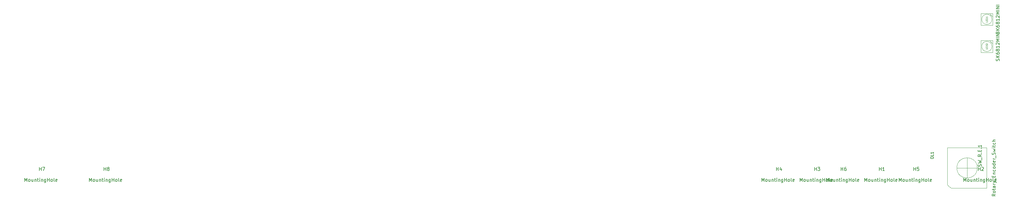
<source format=gbr>
G04 #@! TF.GenerationSoftware,KiCad,Pcbnew,(5.1.6-0-10_14)*
G04 #@! TF.CreationDate,2020-07-20T09:45:54+09:00*
G04 #@! TF.ProjectId,Jones,4a6f6e65-732e-46b6-9963-61645f706362,v.0.2*
G04 #@! TF.SameCoordinates,Original*
G04 #@! TF.FileFunction,Other,Fab,Top*
%FSLAX46Y46*%
G04 Gerber Fmt 4.6, Leading zero omitted, Abs format (unit mm)*
G04 Created by KiCad (PCBNEW (5.1.6-0-10_14)) date 2020-07-20 09:45:54*
%MOMM*%
%LPD*%
G01*
G04 APERTURE LIST*
%ADD10C,0.100000*%
%ADD11C,0.120000*%
%ADD12C,0.150000*%
G04 APERTURE END LIST*
D10*
X307118750Y-63750000D02*
G75*
G03*
X307118750Y-63750000I-1500000J0D01*
G01*
X303868750Y-62000000D02*
X303868750Y-65500000D01*
X307368750Y-62000000D02*
X303868750Y-62000000D01*
X307368750Y-65500000D02*
X307368750Y-62000000D01*
X303868750Y-65500000D02*
X307368750Y-65500000D01*
X306368750Y-62000000D02*
X307368750Y-63000000D01*
X306368750Y-70000000D02*
X307368750Y-71000000D01*
X303868750Y-73500000D02*
X307368750Y-73500000D01*
X307368750Y-73500000D02*
X307368750Y-70000000D01*
X307368750Y-70000000D02*
X303868750Y-70000000D01*
X303868750Y-70000000D02*
X303868750Y-73500000D01*
X307118750Y-71750000D02*
G75*
G03*
X307118750Y-71750000I-1500000J0D01*
G01*
D11*
X299785530Y-110619140D02*
X299785530Y-104619140D01*
X296785530Y-107619140D02*
X302785530Y-107619140D01*
X295085530Y-113619140D02*
X293985530Y-112619140D01*
X305585530Y-113619140D02*
X295085530Y-113619140D01*
X305585530Y-101619140D02*
X305585530Y-113619140D01*
X293985530Y-101619140D02*
X305585530Y-101619140D01*
X293985530Y-112619140D02*
X293985530Y-101619140D01*
X302785530Y-107619140D02*
G75*
G03*
X302785530Y-107619140I-3000000J0D01*
G01*
D12*
X309273511Y-68011904D02*
X309321130Y-67869047D01*
X309321130Y-67630952D01*
X309273511Y-67535714D01*
X309225892Y-67488095D01*
X309130654Y-67440476D01*
X309035416Y-67440476D01*
X308940178Y-67488095D01*
X308892559Y-67535714D01*
X308844940Y-67630952D01*
X308797321Y-67821428D01*
X308749702Y-67916666D01*
X308702083Y-67964285D01*
X308606845Y-68011904D01*
X308511607Y-68011904D01*
X308416369Y-67964285D01*
X308368750Y-67916666D01*
X308321130Y-67821428D01*
X308321130Y-67583333D01*
X308368750Y-67440476D01*
X309321130Y-67011904D02*
X308321130Y-67011904D01*
X309321130Y-66440476D02*
X308749702Y-66869047D01*
X308321130Y-66440476D02*
X308892559Y-67011904D01*
X308321130Y-65583333D02*
X308321130Y-65773809D01*
X308368750Y-65869047D01*
X308416369Y-65916666D01*
X308559226Y-66011904D01*
X308749702Y-66059523D01*
X309130654Y-66059523D01*
X309225892Y-66011904D01*
X309273511Y-65964285D01*
X309321130Y-65869047D01*
X309321130Y-65678571D01*
X309273511Y-65583333D01*
X309225892Y-65535714D01*
X309130654Y-65488095D01*
X308892559Y-65488095D01*
X308797321Y-65535714D01*
X308749702Y-65583333D01*
X308702083Y-65678571D01*
X308702083Y-65869047D01*
X308749702Y-65964285D01*
X308797321Y-66011904D01*
X308892559Y-66059523D01*
X308749702Y-64916666D02*
X308702083Y-65011904D01*
X308654464Y-65059523D01*
X308559226Y-65107142D01*
X308511607Y-65107142D01*
X308416369Y-65059523D01*
X308368750Y-65011904D01*
X308321130Y-64916666D01*
X308321130Y-64726190D01*
X308368750Y-64630952D01*
X308416369Y-64583333D01*
X308511607Y-64535714D01*
X308559226Y-64535714D01*
X308654464Y-64583333D01*
X308702083Y-64630952D01*
X308749702Y-64726190D01*
X308749702Y-64916666D01*
X308797321Y-65011904D01*
X308844940Y-65059523D01*
X308940178Y-65107142D01*
X309130654Y-65107142D01*
X309225892Y-65059523D01*
X309273511Y-65011904D01*
X309321130Y-64916666D01*
X309321130Y-64726190D01*
X309273511Y-64630952D01*
X309225892Y-64583333D01*
X309130654Y-64535714D01*
X308940178Y-64535714D01*
X308844940Y-64583333D01*
X308797321Y-64630952D01*
X308749702Y-64726190D01*
X309321130Y-63583333D02*
X309321130Y-64154761D01*
X309321130Y-63869047D02*
X308321130Y-63869047D01*
X308463988Y-63964285D01*
X308559226Y-64059523D01*
X308606845Y-64154761D01*
X308416369Y-63202380D02*
X308368750Y-63154761D01*
X308321130Y-63059523D01*
X308321130Y-62821428D01*
X308368750Y-62726190D01*
X308416369Y-62678571D01*
X308511607Y-62630952D01*
X308606845Y-62630952D01*
X308749702Y-62678571D01*
X309321130Y-63250000D01*
X309321130Y-62630952D01*
X309321130Y-62202380D02*
X308321130Y-62202380D01*
X309035416Y-61869047D01*
X308321130Y-61535714D01*
X309321130Y-61535714D01*
X309321130Y-61059523D02*
X308321130Y-61059523D01*
X309321130Y-60583333D02*
X308321130Y-60583333D01*
X309321130Y-60011904D01*
X308321130Y-60011904D01*
X309321130Y-59535714D02*
X308321130Y-59535714D01*
D10*
X305844940Y-64309523D02*
X305844940Y-64547619D01*
X305344940Y-64547619D01*
X305583035Y-64142857D02*
X305583035Y-63976190D01*
X305844940Y-63904761D02*
X305844940Y-64142857D01*
X305344940Y-64142857D01*
X305344940Y-63904761D01*
X305844940Y-63690476D02*
X305344940Y-63690476D01*
X305344940Y-63571428D01*
X305368750Y-63500000D01*
X305416369Y-63452380D01*
X305463988Y-63428571D01*
X305559226Y-63404761D01*
X305630654Y-63404761D01*
X305725892Y-63428571D01*
X305773511Y-63452380D01*
X305821130Y-63500000D01*
X305844940Y-63571428D01*
X305844940Y-63690476D01*
X305844940Y-62928571D02*
X305844940Y-63214285D01*
X305844940Y-63071428D02*
X305344940Y-63071428D01*
X305416369Y-63119047D01*
X305463988Y-63166666D01*
X305487797Y-63214285D01*
D12*
X309273511Y-76011904D02*
X309321130Y-75869047D01*
X309321130Y-75630952D01*
X309273511Y-75535714D01*
X309225892Y-75488095D01*
X309130654Y-75440476D01*
X309035416Y-75440476D01*
X308940178Y-75488095D01*
X308892559Y-75535714D01*
X308844940Y-75630952D01*
X308797321Y-75821428D01*
X308749702Y-75916666D01*
X308702083Y-75964285D01*
X308606845Y-76011904D01*
X308511607Y-76011904D01*
X308416369Y-75964285D01*
X308368750Y-75916666D01*
X308321130Y-75821428D01*
X308321130Y-75583333D01*
X308368750Y-75440476D01*
X309321130Y-75011904D02*
X308321130Y-75011904D01*
X309321130Y-74440476D02*
X308749702Y-74869047D01*
X308321130Y-74440476D02*
X308892559Y-75011904D01*
X308321130Y-73583333D02*
X308321130Y-73773809D01*
X308368750Y-73869047D01*
X308416369Y-73916666D01*
X308559226Y-74011904D01*
X308749702Y-74059523D01*
X309130654Y-74059523D01*
X309225892Y-74011904D01*
X309273511Y-73964285D01*
X309321130Y-73869047D01*
X309321130Y-73678571D01*
X309273511Y-73583333D01*
X309225892Y-73535714D01*
X309130654Y-73488095D01*
X308892559Y-73488095D01*
X308797321Y-73535714D01*
X308749702Y-73583333D01*
X308702083Y-73678571D01*
X308702083Y-73869047D01*
X308749702Y-73964285D01*
X308797321Y-74011904D01*
X308892559Y-74059523D01*
X308749702Y-72916666D02*
X308702083Y-73011904D01*
X308654464Y-73059523D01*
X308559226Y-73107142D01*
X308511607Y-73107142D01*
X308416369Y-73059523D01*
X308368750Y-73011904D01*
X308321130Y-72916666D01*
X308321130Y-72726190D01*
X308368750Y-72630952D01*
X308416369Y-72583333D01*
X308511607Y-72535714D01*
X308559226Y-72535714D01*
X308654464Y-72583333D01*
X308702083Y-72630952D01*
X308749702Y-72726190D01*
X308749702Y-72916666D01*
X308797321Y-73011904D01*
X308844940Y-73059523D01*
X308940178Y-73107142D01*
X309130654Y-73107142D01*
X309225892Y-73059523D01*
X309273511Y-73011904D01*
X309321130Y-72916666D01*
X309321130Y-72726190D01*
X309273511Y-72630952D01*
X309225892Y-72583333D01*
X309130654Y-72535714D01*
X308940178Y-72535714D01*
X308844940Y-72583333D01*
X308797321Y-72630952D01*
X308749702Y-72726190D01*
X309321130Y-71583333D02*
X309321130Y-72154761D01*
X309321130Y-71869047D02*
X308321130Y-71869047D01*
X308463988Y-71964285D01*
X308559226Y-72059523D01*
X308606845Y-72154761D01*
X308416369Y-71202380D02*
X308368750Y-71154761D01*
X308321130Y-71059523D01*
X308321130Y-70821428D01*
X308368750Y-70726190D01*
X308416369Y-70678571D01*
X308511607Y-70630952D01*
X308606845Y-70630952D01*
X308749702Y-70678571D01*
X309321130Y-71250000D01*
X309321130Y-70630952D01*
X309321130Y-70202380D02*
X308321130Y-70202380D01*
X309035416Y-69869047D01*
X308321130Y-69535714D01*
X309321130Y-69535714D01*
X309321130Y-69059523D02*
X308321130Y-69059523D01*
X309321130Y-68583333D02*
X308321130Y-68583333D01*
X309321130Y-68011904D01*
X308321130Y-68011904D01*
X309321130Y-67535714D02*
X308321130Y-67535714D01*
D10*
X305844940Y-72309523D02*
X305844940Y-72547619D01*
X305344940Y-72547619D01*
X305583035Y-72142857D02*
X305583035Y-71976190D01*
X305844940Y-71904761D02*
X305844940Y-72142857D01*
X305344940Y-72142857D01*
X305344940Y-71904761D01*
X305844940Y-71690476D02*
X305344940Y-71690476D01*
X305344940Y-71571428D01*
X305368750Y-71500000D01*
X305416369Y-71452380D01*
X305463988Y-71428571D01*
X305559226Y-71404761D01*
X305630654Y-71404761D01*
X305725892Y-71428571D01*
X305773511Y-71452380D01*
X305821130Y-71500000D01*
X305844940Y-71571428D01*
X305844940Y-71690476D01*
X305392559Y-71214285D02*
X305368750Y-71190476D01*
X305344940Y-71142857D01*
X305344940Y-71023809D01*
X305368750Y-70976190D01*
X305392559Y-70952380D01*
X305440178Y-70928571D01*
X305487797Y-70928571D01*
X305559226Y-70952380D01*
X305844940Y-71238095D01*
X305844940Y-70928571D01*
D12*
X308137910Y-115333425D02*
X307661720Y-115666759D01*
X308137910Y-115904854D02*
X307137910Y-115904854D01*
X307137910Y-115523901D01*
X307185530Y-115428663D01*
X307233149Y-115381044D01*
X307328387Y-115333425D01*
X307471244Y-115333425D01*
X307566482Y-115381044D01*
X307614101Y-115428663D01*
X307661720Y-115523901D01*
X307661720Y-115904854D01*
X308137910Y-114761997D02*
X308090291Y-114857235D01*
X308042672Y-114904854D01*
X307947434Y-114952473D01*
X307661720Y-114952473D01*
X307566482Y-114904854D01*
X307518863Y-114857235D01*
X307471244Y-114761997D01*
X307471244Y-114619140D01*
X307518863Y-114523901D01*
X307566482Y-114476282D01*
X307661720Y-114428663D01*
X307947434Y-114428663D01*
X308042672Y-114476282D01*
X308090291Y-114523901D01*
X308137910Y-114619140D01*
X308137910Y-114761997D01*
X307471244Y-114142949D02*
X307471244Y-113761997D01*
X307137910Y-114000092D02*
X307995053Y-114000092D01*
X308090291Y-113952473D01*
X308137910Y-113857235D01*
X308137910Y-113761997D01*
X308137910Y-113000092D02*
X307614101Y-113000092D01*
X307518863Y-113047711D01*
X307471244Y-113142949D01*
X307471244Y-113333425D01*
X307518863Y-113428663D01*
X308090291Y-113000092D02*
X308137910Y-113095330D01*
X308137910Y-113333425D01*
X308090291Y-113428663D01*
X307995053Y-113476282D01*
X307899815Y-113476282D01*
X307804577Y-113428663D01*
X307756958Y-113333425D01*
X307756958Y-113095330D01*
X307709339Y-113000092D01*
X308137910Y-112523901D02*
X307471244Y-112523901D01*
X307661720Y-112523901D02*
X307566482Y-112476282D01*
X307518863Y-112428663D01*
X307471244Y-112333425D01*
X307471244Y-112238187D01*
X307471244Y-112000092D02*
X308137910Y-111761997D01*
X307471244Y-111523901D02*
X308137910Y-111761997D01*
X308376006Y-111857235D01*
X308423625Y-111904854D01*
X308471244Y-112000092D01*
X308233149Y-111381044D02*
X308233149Y-110619140D01*
X307614101Y-110381044D02*
X307614101Y-110047711D01*
X308137910Y-109904854D02*
X308137910Y-110381044D01*
X307137910Y-110381044D01*
X307137910Y-109904854D01*
X307471244Y-109476282D02*
X308137910Y-109476282D01*
X307566482Y-109476282D02*
X307518863Y-109428663D01*
X307471244Y-109333425D01*
X307471244Y-109190568D01*
X307518863Y-109095330D01*
X307614101Y-109047711D01*
X308137910Y-109047711D01*
X308090291Y-108142949D02*
X308137910Y-108238187D01*
X308137910Y-108428663D01*
X308090291Y-108523901D01*
X308042672Y-108571520D01*
X307947434Y-108619140D01*
X307661720Y-108619140D01*
X307566482Y-108571520D01*
X307518863Y-108523901D01*
X307471244Y-108428663D01*
X307471244Y-108238187D01*
X307518863Y-108142949D01*
X308137910Y-107571520D02*
X308090291Y-107666759D01*
X308042672Y-107714378D01*
X307947434Y-107761997D01*
X307661720Y-107761997D01*
X307566482Y-107714378D01*
X307518863Y-107666759D01*
X307471244Y-107571520D01*
X307471244Y-107428663D01*
X307518863Y-107333425D01*
X307566482Y-107285806D01*
X307661720Y-107238187D01*
X307947434Y-107238187D01*
X308042672Y-107285806D01*
X308090291Y-107333425D01*
X308137910Y-107428663D01*
X308137910Y-107571520D01*
X308137910Y-106381044D02*
X307137910Y-106381044D01*
X308090291Y-106381044D02*
X308137910Y-106476282D01*
X308137910Y-106666759D01*
X308090291Y-106761997D01*
X308042672Y-106809616D01*
X307947434Y-106857235D01*
X307661720Y-106857235D01*
X307566482Y-106809616D01*
X307518863Y-106761997D01*
X307471244Y-106666759D01*
X307471244Y-106476282D01*
X307518863Y-106381044D01*
X308090291Y-105523901D02*
X308137910Y-105619140D01*
X308137910Y-105809616D01*
X308090291Y-105904854D01*
X307995053Y-105952473D01*
X307614101Y-105952473D01*
X307518863Y-105904854D01*
X307471244Y-105809616D01*
X307471244Y-105619140D01*
X307518863Y-105523901D01*
X307614101Y-105476282D01*
X307709339Y-105476282D01*
X307804577Y-105952473D01*
X308137910Y-105047711D02*
X307471244Y-105047711D01*
X307661720Y-105047711D02*
X307566482Y-105000092D01*
X307518863Y-104952473D01*
X307471244Y-104857235D01*
X307471244Y-104761997D01*
X308233149Y-104666759D02*
X308233149Y-103904854D01*
X308090291Y-103714378D02*
X308137910Y-103571520D01*
X308137910Y-103333425D01*
X308090291Y-103238187D01*
X308042672Y-103190568D01*
X307947434Y-103142949D01*
X307852196Y-103142949D01*
X307756958Y-103190568D01*
X307709339Y-103238187D01*
X307661720Y-103333425D01*
X307614101Y-103523901D01*
X307566482Y-103619140D01*
X307518863Y-103666759D01*
X307423625Y-103714378D01*
X307328387Y-103714378D01*
X307233149Y-103666759D01*
X307185530Y-103619140D01*
X307137910Y-103523901D01*
X307137910Y-103285806D01*
X307185530Y-103142949D01*
X307471244Y-102809616D02*
X308137910Y-102619140D01*
X307661720Y-102428663D01*
X308137910Y-102238187D01*
X307471244Y-102047711D01*
X308137910Y-101666759D02*
X307471244Y-101666759D01*
X307137910Y-101666759D02*
X307185530Y-101714378D01*
X307233149Y-101666759D01*
X307185530Y-101619140D01*
X307137910Y-101666759D01*
X307233149Y-101666759D01*
X307471244Y-101333425D02*
X307471244Y-100952473D01*
X307137910Y-101190568D02*
X307995053Y-101190568D01*
X308090291Y-101142949D01*
X308137910Y-101047711D01*
X308137910Y-100952473D01*
X308090291Y-100190568D02*
X308137910Y-100285806D01*
X308137910Y-100476282D01*
X308090291Y-100571520D01*
X308042672Y-100619140D01*
X307947434Y-100666759D01*
X307661720Y-100666759D01*
X307566482Y-100619140D01*
X307518863Y-100571520D01*
X307471244Y-100476282D01*
X307471244Y-100285806D01*
X307518863Y-100190568D01*
X308137910Y-99761997D02*
X307137910Y-99761997D01*
X308137910Y-99333425D02*
X307614101Y-99333425D01*
X307518863Y-99381044D01*
X307471244Y-99476282D01*
X307471244Y-99619140D01*
X307518863Y-99714378D01*
X307566482Y-99761997D01*
X303990291Y-107161997D02*
X304037910Y-107019140D01*
X304037910Y-106781044D01*
X303990291Y-106685806D01*
X303942672Y-106638187D01*
X303847434Y-106590568D01*
X303752196Y-106590568D01*
X303656958Y-106638187D01*
X303609339Y-106685806D01*
X303561720Y-106781044D01*
X303514101Y-106971520D01*
X303466482Y-107066759D01*
X303418863Y-107114378D01*
X303323625Y-107161997D01*
X303228387Y-107161997D01*
X303133149Y-107114378D01*
X303085530Y-107066759D01*
X303037910Y-106971520D01*
X303037910Y-106733425D01*
X303085530Y-106590568D01*
X303037910Y-106257235D02*
X304037910Y-106019140D01*
X303323625Y-105828663D01*
X304037910Y-105638187D01*
X303037910Y-105400092D01*
X304133149Y-105257235D02*
X304133149Y-104495330D01*
X304037910Y-103685806D02*
X303561720Y-104019140D01*
X304037910Y-104257235D02*
X303037910Y-104257235D01*
X303037910Y-103876282D01*
X303085530Y-103781044D01*
X303133149Y-103733425D01*
X303228387Y-103685806D01*
X303371244Y-103685806D01*
X303466482Y-103733425D01*
X303514101Y-103781044D01*
X303561720Y-103876282D01*
X303561720Y-104257235D01*
X303942672Y-103257235D02*
X303990291Y-103209616D01*
X304037910Y-103257235D01*
X303990291Y-103304854D01*
X303942672Y-103257235D01*
X304037910Y-103257235D01*
X303514101Y-102781044D02*
X303514101Y-102447711D01*
X304037910Y-102304854D02*
X304037910Y-102781044D01*
X303037910Y-102781044D01*
X303037910Y-102304854D01*
X303942672Y-101876282D02*
X303990291Y-101828663D01*
X304037910Y-101876282D01*
X303990291Y-101923901D01*
X303942672Y-101876282D01*
X304037910Y-101876282D01*
X304037910Y-100876282D02*
X304037910Y-101447711D01*
X304037910Y-101161997D02*
X303037910Y-101161997D01*
X303180768Y-101257235D01*
X303276006Y-101352473D01*
X303323625Y-101447711D01*
X269564285Y-111627740D02*
X269564285Y-110627740D01*
X269897619Y-111342026D01*
X270230952Y-110627740D01*
X270230952Y-111627740D01*
X270850000Y-111627740D02*
X270754761Y-111580121D01*
X270707142Y-111532502D01*
X270659523Y-111437264D01*
X270659523Y-111151550D01*
X270707142Y-111056312D01*
X270754761Y-111008693D01*
X270850000Y-110961074D01*
X270992857Y-110961074D01*
X271088095Y-111008693D01*
X271135714Y-111056312D01*
X271183333Y-111151550D01*
X271183333Y-111437264D01*
X271135714Y-111532502D01*
X271088095Y-111580121D01*
X270992857Y-111627740D01*
X270850000Y-111627740D01*
X272040476Y-110961074D02*
X272040476Y-111627740D01*
X271611904Y-110961074D02*
X271611904Y-111484883D01*
X271659523Y-111580121D01*
X271754761Y-111627740D01*
X271897619Y-111627740D01*
X271992857Y-111580121D01*
X272040476Y-111532502D01*
X272516666Y-110961074D02*
X272516666Y-111627740D01*
X272516666Y-111056312D02*
X272564285Y-111008693D01*
X272659523Y-110961074D01*
X272802380Y-110961074D01*
X272897619Y-111008693D01*
X272945238Y-111103931D01*
X272945238Y-111627740D01*
X273278571Y-110961074D02*
X273659523Y-110961074D01*
X273421428Y-110627740D02*
X273421428Y-111484883D01*
X273469047Y-111580121D01*
X273564285Y-111627740D01*
X273659523Y-111627740D01*
X273992857Y-111627740D02*
X273992857Y-110961074D01*
X273992857Y-110627740D02*
X273945238Y-110675360D01*
X273992857Y-110722979D01*
X274040476Y-110675360D01*
X273992857Y-110627740D01*
X273992857Y-110722979D01*
X274469047Y-110961074D02*
X274469047Y-111627740D01*
X274469047Y-111056312D02*
X274516666Y-111008693D01*
X274611904Y-110961074D01*
X274754761Y-110961074D01*
X274850000Y-111008693D01*
X274897619Y-111103931D01*
X274897619Y-111627740D01*
X275802380Y-110961074D02*
X275802380Y-111770598D01*
X275754761Y-111865836D01*
X275707142Y-111913455D01*
X275611904Y-111961074D01*
X275469047Y-111961074D01*
X275373809Y-111913455D01*
X275802380Y-111580121D02*
X275707142Y-111627740D01*
X275516666Y-111627740D01*
X275421428Y-111580121D01*
X275373809Y-111532502D01*
X275326190Y-111437264D01*
X275326190Y-111151550D01*
X275373809Y-111056312D01*
X275421428Y-111008693D01*
X275516666Y-110961074D01*
X275707142Y-110961074D01*
X275802380Y-111008693D01*
X276278571Y-111627740D02*
X276278571Y-110627740D01*
X276278571Y-111103931D02*
X276850000Y-111103931D01*
X276850000Y-111627740D02*
X276850000Y-110627740D01*
X277469047Y-111627740D02*
X277373809Y-111580121D01*
X277326190Y-111532502D01*
X277278571Y-111437264D01*
X277278571Y-111151550D01*
X277326190Y-111056312D01*
X277373809Y-111008693D01*
X277469047Y-110961074D01*
X277611904Y-110961074D01*
X277707142Y-111008693D01*
X277754761Y-111056312D01*
X277802380Y-111151550D01*
X277802380Y-111437264D01*
X277754761Y-111532502D01*
X277707142Y-111580121D01*
X277611904Y-111627740D01*
X277469047Y-111627740D01*
X278373809Y-111627740D02*
X278278571Y-111580121D01*
X278230952Y-111484883D01*
X278230952Y-110627740D01*
X279135714Y-111580121D02*
X279040476Y-111627740D01*
X278850000Y-111627740D01*
X278754761Y-111580121D01*
X278707142Y-111484883D01*
X278707142Y-111103931D01*
X278754761Y-111008693D01*
X278850000Y-110961074D01*
X279040476Y-110961074D01*
X279135714Y-111008693D01*
X279183333Y-111103931D01*
X279183333Y-111199169D01*
X278707142Y-111294407D01*
X273888095Y-108427740D02*
X273888095Y-107427740D01*
X273888095Y-107903931D02*
X274459523Y-107903931D01*
X274459523Y-108427740D02*
X274459523Y-107427740D01*
X275459523Y-108427740D02*
X274888095Y-108427740D01*
X275173809Y-108427740D02*
X275173809Y-107427740D01*
X275078571Y-107570598D01*
X274983333Y-107665836D01*
X274888095Y-107713455D01*
X298764285Y-111627740D02*
X298764285Y-110627740D01*
X299097619Y-111342026D01*
X299430952Y-110627740D01*
X299430952Y-111627740D01*
X300050000Y-111627740D02*
X299954761Y-111580121D01*
X299907142Y-111532502D01*
X299859523Y-111437264D01*
X299859523Y-111151550D01*
X299907142Y-111056312D01*
X299954761Y-111008693D01*
X300050000Y-110961074D01*
X300192857Y-110961074D01*
X300288095Y-111008693D01*
X300335714Y-111056312D01*
X300383333Y-111151550D01*
X300383333Y-111437264D01*
X300335714Y-111532502D01*
X300288095Y-111580121D01*
X300192857Y-111627740D01*
X300050000Y-111627740D01*
X301240476Y-110961074D02*
X301240476Y-111627740D01*
X300811904Y-110961074D02*
X300811904Y-111484883D01*
X300859523Y-111580121D01*
X300954761Y-111627740D01*
X301097619Y-111627740D01*
X301192857Y-111580121D01*
X301240476Y-111532502D01*
X301716666Y-110961074D02*
X301716666Y-111627740D01*
X301716666Y-111056312D02*
X301764285Y-111008693D01*
X301859523Y-110961074D01*
X302002380Y-110961074D01*
X302097619Y-111008693D01*
X302145238Y-111103931D01*
X302145238Y-111627740D01*
X302478571Y-110961074D02*
X302859523Y-110961074D01*
X302621428Y-110627740D02*
X302621428Y-111484883D01*
X302669047Y-111580121D01*
X302764285Y-111627740D01*
X302859523Y-111627740D01*
X303192857Y-111627740D02*
X303192857Y-110961074D01*
X303192857Y-110627740D02*
X303145238Y-110675360D01*
X303192857Y-110722979D01*
X303240476Y-110675360D01*
X303192857Y-110627740D01*
X303192857Y-110722979D01*
X303669047Y-110961074D02*
X303669047Y-111627740D01*
X303669047Y-111056312D02*
X303716666Y-111008693D01*
X303811904Y-110961074D01*
X303954761Y-110961074D01*
X304050000Y-111008693D01*
X304097619Y-111103931D01*
X304097619Y-111627740D01*
X305002380Y-110961074D02*
X305002380Y-111770598D01*
X304954761Y-111865836D01*
X304907142Y-111913455D01*
X304811904Y-111961074D01*
X304669047Y-111961074D01*
X304573809Y-111913455D01*
X305002380Y-111580121D02*
X304907142Y-111627740D01*
X304716666Y-111627740D01*
X304621428Y-111580121D01*
X304573809Y-111532502D01*
X304526190Y-111437264D01*
X304526190Y-111151550D01*
X304573809Y-111056312D01*
X304621428Y-111008693D01*
X304716666Y-110961074D01*
X304907142Y-110961074D01*
X305002380Y-111008693D01*
X305478571Y-111627740D02*
X305478571Y-110627740D01*
X305478571Y-111103931D02*
X306050000Y-111103931D01*
X306050000Y-111627740D02*
X306050000Y-110627740D01*
X306669047Y-111627740D02*
X306573809Y-111580121D01*
X306526190Y-111532502D01*
X306478571Y-111437264D01*
X306478571Y-111151550D01*
X306526190Y-111056312D01*
X306573809Y-111008693D01*
X306669047Y-110961074D01*
X306811904Y-110961074D01*
X306907142Y-111008693D01*
X306954761Y-111056312D01*
X307002380Y-111151550D01*
X307002380Y-111437264D01*
X306954761Y-111532502D01*
X306907142Y-111580121D01*
X306811904Y-111627740D01*
X306669047Y-111627740D01*
X307573809Y-111627740D02*
X307478571Y-111580121D01*
X307430952Y-111484883D01*
X307430952Y-110627740D01*
X308335714Y-111580121D02*
X308240476Y-111627740D01*
X308050000Y-111627740D01*
X307954761Y-111580121D01*
X307907142Y-111484883D01*
X307907142Y-111103931D01*
X307954761Y-111008693D01*
X308050000Y-110961074D01*
X308240476Y-110961074D01*
X308335714Y-111008693D01*
X308383333Y-111103931D01*
X308383333Y-111199169D01*
X307907142Y-111294407D01*
X303088095Y-108427740D02*
X303088095Y-107427740D01*
X303088095Y-107903931D02*
X303659523Y-107903931D01*
X303659523Y-108427740D02*
X303659523Y-107427740D01*
X304088095Y-107522979D02*
X304135714Y-107475360D01*
X304230952Y-107427740D01*
X304469047Y-107427740D01*
X304564285Y-107475360D01*
X304611904Y-107522979D01*
X304659523Y-107618217D01*
X304659523Y-107713455D01*
X304611904Y-107856312D01*
X304040476Y-108427740D01*
X304659523Y-108427740D01*
X289054895Y-104693447D02*
X289054895Y-104538628D01*
X289093600Y-104461219D01*
X289171009Y-104383809D01*
X289325828Y-104345104D01*
X289596761Y-104345104D01*
X289751580Y-104383809D01*
X289828990Y-104461219D01*
X289867695Y-104538628D01*
X289867695Y-104693447D01*
X289828990Y-104770857D01*
X289751580Y-104848266D01*
X289596761Y-104886971D01*
X289325828Y-104886971D01*
X289171009Y-104848266D01*
X289093600Y-104770857D01*
X289054895Y-104693447D01*
X289867695Y-103609714D02*
X289867695Y-103996761D01*
X289054895Y-103996761D01*
X289867695Y-102913028D02*
X289867695Y-103377485D01*
X289867695Y-103145257D02*
X289054895Y-103145257D01*
X289171009Y-103222666D01*
X289248419Y-103300076D01*
X289287123Y-103377485D01*
X250514285Y-111627780D02*
X250514285Y-110627780D01*
X250847619Y-111342066D01*
X251180952Y-110627780D01*
X251180952Y-111627780D01*
X251800000Y-111627780D02*
X251704761Y-111580161D01*
X251657142Y-111532542D01*
X251609523Y-111437304D01*
X251609523Y-111151590D01*
X251657142Y-111056352D01*
X251704761Y-111008733D01*
X251800000Y-110961114D01*
X251942857Y-110961114D01*
X252038095Y-111008733D01*
X252085714Y-111056352D01*
X252133333Y-111151590D01*
X252133333Y-111437304D01*
X252085714Y-111532542D01*
X252038095Y-111580161D01*
X251942857Y-111627780D01*
X251800000Y-111627780D01*
X252990476Y-110961114D02*
X252990476Y-111627780D01*
X252561904Y-110961114D02*
X252561904Y-111484923D01*
X252609523Y-111580161D01*
X252704761Y-111627780D01*
X252847619Y-111627780D01*
X252942857Y-111580161D01*
X252990476Y-111532542D01*
X253466666Y-110961114D02*
X253466666Y-111627780D01*
X253466666Y-111056352D02*
X253514285Y-111008733D01*
X253609523Y-110961114D01*
X253752380Y-110961114D01*
X253847619Y-111008733D01*
X253895238Y-111103971D01*
X253895238Y-111627780D01*
X254228571Y-110961114D02*
X254609523Y-110961114D01*
X254371428Y-110627780D02*
X254371428Y-111484923D01*
X254419047Y-111580161D01*
X254514285Y-111627780D01*
X254609523Y-111627780D01*
X254942857Y-111627780D02*
X254942857Y-110961114D01*
X254942857Y-110627780D02*
X254895238Y-110675400D01*
X254942857Y-110723019D01*
X254990476Y-110675400D01*
X254942857Y-110627780D01*
X254942857Y-110723019D01*
X255419047Y-110961114D02*
X255419047Y-111627780D01*
X255419047Y-111056352D02*
X255466666Y-111008733D01*
X255561904Y-110961114D01*
X255704761Y-110961114D01*
X255800000Y-111008733D01*
X255847619Y-111103971D01*
X255847619Y-111627780D01*
X256752380Y-110961114D02*
X256752380Y-111770638D01*
X256704761Y-111865876D01*
X256657142Y-111913495D01*
X256561904Y-111961114D01*
X256419047Y-111961114D01*
X256323809Y-111913495D01*
X256752380Y-111580161D02*
X256657142Y-111627780D01*
X256466666Y-111627780D01*
X256371428Y-111580161D01*
X256323809Y-111532542D01*
X256276190Y-111437304D01*
X256276190Y-111151590D01*
X256323809Y-111056352D01*
X256371428Y-111008733D01*
X256466666Y-110961114D01*
X256657142Y-110961114D01*
X256752380Y-111008733D01*
X257228571Y-111627780D02*
X257228571Y-110627780D01*
X257228571Y-111103971D02*
X257800000Y-111103971D01*
X257800000Y-111627780D02*
X257800000Y-110627780D01*
X258419047Y-111627780D02*
X258323809Y-111580161D01*
X258276190Y-111532542D01*
X258228571Y-111437304D01*
X258228571Y-111151590D01*
X258276190Y-111056352D01*
X258323809Y-111008733D01*
X258419047Y-110961114D01*
X258561904Y-110961114D01*
X258657142Y-111008733D01*
X258704761Y-111056352D01*
X258752380Y-111151590D01*
X258752380Y-111437304D01*
X258704761Y-111532542D01*
X258657142Y-111580161D01*
X258561904Y-111627780D01*
X258419047Y-111627780D01*
X259323809Y-111627780D02*
X259228571Y-111580161D01*
X259180952Y-111484923D01*
X259180952Y-110627780D01*
X260085714Y-111580161D02*
X259990476Y-111627780D01*
X259800000Y-111627780D01*
X259704761Y-111580161D01*
X259657142Y-111484923D01*
X259657142Y-111103971D01*
X259704761Y-111008733D01*
X259800000Y-110961114D01*
X259990476Y-110961114D01*
X260085714Y-111008733D01*
X260133333Y-111103971D01*
X260133333Y-111199209D01*
X259657142Y-111294447D01*
X254838095Y-108427780D02*
X254838095Y-107427780D01*
X254838095Y-107903971D02*
X255409523Y-107903971D01*
X255409523Y-108427780D02*
X255409523Y-107427780D01*
X255790476Y-107427780D02*
X256409523Y-107427780D01*
X256076190Y-107808733D01*
X256219047Y-107808733D01*
X256314285Y-107856352D01*
X256361904Y-107903971D01*
X256409523Y-107999209D01*
X256409523Y-108237304D01*
X256361904Y-108332542D01*
X256314285Y-108380161D01*
X256219047Y-108427780D01*
X255933333Y-108427780D01*
X255838095Y-108380161D01*
X255790476Y-108332542D01*
X239239285Y-111627780D02*
X239239285Y-110627780D01*
X239572619Y-111342066D01*
X239905952Y-110627780D01*
X239905952Y-111627780D01*
X240525000Y-111627780D02*
X240429761Y-111580161D01*
X240382142Y-111532542D01*
X240334523Y-111437304D01*
X240334523Y-111151590D01*
X240382142Y-111056352D01*
X240429761Y-111008733D01*
X240525000Y-110961114D01*
X240667857Y-110961114D01*
X240763095Y-111008733D01*
X240810714Y-111056352D01*
X240858333Y-111151590D01*
X240858333Y-111437304D01*
X240810714Y-111532542D01*
X240763095Y-111580161D01*
X240667857Y-111627780D01*
X240525000Y-111627780D01*
X241715476Y-110961114D02*
X241715476Y-111627780D01*
X241286904Y-110961114D02*
X241286904Y-111484923D01*
X241334523Y-111580161D01*
X241429761Y-111627780D01*
X241572619Y-111627780D01*
X241667857Y-111580161D01*
X241715476Y-111532542D01*
X242191666Y-110961114D02*
X242191666Y-111627780D01*
X242191666Y-111056352D02*
X242239285Y-111008733D01*
X242334523Y-110961114D01*
X242477380Y-110961114D01*
X242572619Y-111008733D01*
X242620238Y-111103971D01*
X242620238Y-111627780D01*
X242953571Y-110961114D02*
X243334523Y-110961114D01*
X243096428Y-110627780D02*
X243096428Y-111484923D01*
X243144047Y-111580161D01*
X243239285Y-111627780D01*
X243334523Y-111627780D01*
X243667857Y-111627780D02*
X243667857Y-110961114D01*
X243667857Y-110627780D02*
X243620238Y-110675400D01*
X243667857Y-110723019D01*
X243715476Y-110675400D01*
X243667857Y-110627780D01*
X243667857Y-110723019D01*
X244144047Y-110961114D02*
X244144047Y-111627780D01*
X244144047Y-111056352D02*
X244191666Y-111008733D01*
X244286904Y-110961114D01*
X244429761Y-110961114D01*
X244525000Y-111008733D01*
X244572619Y-111103971D01*
X244572619Y-111627780D01*
X245477380Y-110961114D02*
X245477380Y-111770638D01*
X245429761Y-111865876D01*
X245382142Y-111913495D01*
X245286904Y-111961114D01*
X245144047Y-111961114D01*
X245048809Y-111913495D01*
X245477380Y-111580161D02*
X245382142Y-111627780D01*
X245191666Y-111627780D01*
X245096428Y-111580161D01*
X245048809Y-111532542D01*
X245001190Y-111437304D01*
X245001190Y-111151590D01*
X245048809Y-111056352D01*
X245096428Y-111008733D01*
X245191666Y-110961114D01*
X245382142Y-110961114D01*
X245477380Y-111008733D01*
X245953571Y-111627780D02*
X245953571Y-110627780D01*
X245953571Y-111103971D02*
X246525000Y-111103971D01*
X246525000Y-111627780D02*
X246525000Y-110627780D01*
X247144047Y-111627780D02*
X247048809Y-111580161D01*
X247001190Y-111532542D01*
X246953571Y-111437304D01*
X246953571Y-111151590D01*
X247001190Y-111056352D01*
X247048809Y-111008733D01*
X247144047Y-110961114D01*
X247286904Y-110961114D01*
X247382142Y-111008733D01*
X247429761Y-111056352D01*
X247477380Y-111151590D01*
X247477380Y-111437304D01*
X247429761Y-111532542D01*
X247382142Y-111580161D01*
X247286904Y-111627780D01*
X247144047Y-111627780D01*
X248048809Y-111627780D02*
X247953571Y-111580161D01*
X247905952Y-111484923D01*
X247905952Y-110627780D01*
X248810714Y-111580161D02*
X248715476Y-111627780D01*
X248525000Y-111627780D01*
X248429761Y-111580161D01*
X248382142Y-111484923D01*
X248382142Y-111103971D01*
X248429761Y-111008733D01*
X248525000Y-110961114D01*
X248715476Y-110961114D01*
X248810714Y-111008733D01*
X248858333Y-111103971D01*
X248858333Y-111199209D01*
X248382142Y-111294447D01*
X243563095Y-108427780D02*
X243563095Y-107427780D01*
X243563095Y-107903971D02*
X244134523Y-107903971D01*
X244134523Y-108427780D02*
X244134523Y-107427780D01*
X245039285Y-107761114D02*
X245039285Y-108427780D01*
X244801190Y-107380161D02*
X244563095Y-108094447D01*
X245182142Y-108094447D01*
X279714285Y-111627420D02*
X279714285Y-110627420D01*
X280047619Y-111341706D01*
X280380952Y-110627420D01*
X280380952Y-111627420D01*
X281000000Y-111627420D02*
X280904761Y-111579801D01*
X280857142Y-111532182D01*
X280809523Y-111436944D01*
X280809523Y-111151230D01*
X280857142Y-111055992D01*
X280904761Y-111008373D01*
X281000000Y-110960754D01*
X281142857Y-110960754D01*
X281238095Y-111008373D01*
X281285714Y-111055992D01*
X281333333Y-111151230D01*
X281333333Y-111436944D01*
X281285714Y-111532182D01*
X281238095Y-111579801D01*
X281142857Y-111627420D01*
X281000000Y-111627420D01*
X282190476Y-110960754D02*
X282190476Y-111627420D01*
X281761904Y-110960754D02*
X281761904Y-111484563D01*
X281809523Y-111579801D01*
X281904761Y-111627420D01*
X282047619Y-111627420D01*
X282142857Y-111579801D01*
X282190476Y-111532182D01*
X282666666Y-110960754D02*
X282666666Y-111627420D01*
X282666666Y-111055992D02*
X282714285Y-111008373D01*
X282809523Y-110960754D01*
X282952380Y-110960754D01*
X283047619Y-111008373D01*
X283095238Y-111103611D01*
X283095238Y-111627420D01*
X283428571Y-110960754D02*
X283809523Y-110960754D01*
X283571428Y-110627420D02*
X283571428Y-111484563D01*
X283619047Y-111579801D01*
X283714285Y-111627420D01*
X283809523Y-111627420D01*
X284142857Y-111627420D02*
X284142857Y-110960754D01*
X284142857Y-110627420D02*
X284095238Y-110675040D01*
X284142857Y-110722659D01*
X284190476Y-110675040D01*
X284142857Y-110627420D01*
X284142857Y-110722659D01*
X284619047Y-110960754D02*
X284619047Y-111627420D01*
X284619047Y-111055992D02*
X284666666Y-111008373D01*
X284761904Y-110960754D01*
X284904761Y-110960754D01*
X285000000Y-111008373D01*
X285047619Y-111103611D01*
X285047619Y-111627420D01*
X285952380Y-110960754D02*
X285952380Y-111770278D01*
X285904761Y-111865516D01*
X285857142Y-111913135D01*
X285761904Y-111960754D01*
X285619047Y-111960754D01*
X285523809Y-111913135D01*
X285952380Y-111579801D02*
X285857142Y-111627420D01*
X285666666Y-111627420D01*
X285571428Y-111579801D01*
X285523809Y-111532182D01*
X285476190Y-111436944D01*
X285476190Y-111151230D01*
X285523809Y-111055992D01*
X285571428Y-111008373D01*
X285666666Y-110960754D01*
X285857142Y-110960754D01*
X285952380Y-111008373D01*
X286428571Y-111627420D02*
X286428571Y-110627420D01*
X286428571Y-111103611D02*
X287000000Y-111103611D01*
X287000000Y-111627420D02*
X287000000Y-110627420D01*
X287619047Y-111627420D02*
X287523809Y-111579801D01*
X287476190Y-111532182D01*
X287428571Y-111436944D01*
X287428571Y-111151230D01*
X287476190Y-111055992D01*
X287523809Y-111008373D01*
X287619047Y-110960754D01*
X287761904Y-110960754D01*
X287857142Y-111008373D01*
X287904761Y-111055992D01*
X287952380Y-111151230D01*
X287952380Y-111436944D01*
X287904761Y-111532182D01*
X287857142Y-111579801D01*
X287761904Y-111627420D01*
X287619047Y-111627420D01*
X288523809Y-111627420D02*
X288428571Y-111579801D01*
X288380952Y-111484563D01*
X288380952Y-110627420D01*
X289285714Y-111579801D02*
X289190476Y-111627420D01*
X289000000Y-111627420D01*
X288904761Y-111579801D01*
X288857142Y-111484563D01*
X288857142Y-111103611D01*
X288904761Y-111008373D01*
X289000000Y-110960754D01*
X289190476Y-110960754D01*
X289285714Y-111008373D01*
X289333333Y-111103611D01*
X289333333Y-111198849D01*
X288857142Y-111294087D01*
X284038095Y-108427420D02*
X284038095Y-107427420D01*
X284038095Y-107903611D02*
X284609523Y-107903611D01*
X284609523Y-108427420D02*
X284609523Y-107427420D01*
X285561904Y-107427420D02*
X285085714Y-107427420D01*
X285038095Y-107903611D01*
X285085714Y-107855992D01*
X285180952Y-107808373D01*
X285419047Y-107808373D01*
X285514285Y-107855992D01*
X285561904Y-107903611D01*
X285609523Y-107998849D01*
X285609523Y-108236944D01*
X285561904Y-108332182D01*
X285514285Y-108379801D01*
X285419047Y-108427420D01*
X285180952Y-108427420D01*
X285085714Y-108379801D01*
X285038095Y-108332182D01*
X258289285Y-111627780D02*
X258289285Y-110627780D01*
X258622619Y-111342066D01*
X258955952Y-110627780D01*
X258955952Y-111627780D01*
X259575000Y-111627780D02*
X259479761Y-111580161D01*
X259432142Y-111532542D01*
X259384523Y-111437304D01*
X259384523Y-111151590D01*
X259432142Y-111056352D01*
X259479761Y-111008733D01*
X259575000Y-110961114D01*
X259717857Y-110961114D01*
X259813095Y-111008733D01*
X259860714Y-111056352D01*
X259908333Y-111151590D01*
X259908333Y-111437304D01*
X259860714Y-111532542D01*
X259813095Y-111580161D01*
X259717857Y-111627780D01*
X259575000Y-111627780D01*
X260765476Y-110961114D02*
X260765476Y-111627780D01*
X260336904Y-110961114D02*
X260336904Y-111484923D01*
X260384523Y-111580161D01*
X260479761Y-111627780D01*
X260622619Y-111627780D01*
X260717857Y-111580161D01*
X260765476Y-111532542D01*
X261241666Y-110961114D02*
X261241666Y-111627780D01*
X261241666Y-111056352D02*
X261289285Y-111008733D01*
X261384523Y-110961114D01*
X261527380Y-110961114D01*
X261622619Y-111008733D01*
X261670238Y-111103971D01*
X261670238Y-111627780D01*
X262003571Y-110961114D02*
X262384523Y-110961114D01*
X262146428Y-110627780D02*
X262146428Y-111484923D01*
X262194047Y-111580161D01*
X262289285Y-111627780D01*
X262384523Y-111627780D01*
X262717857Y-111627780D02*
X262717857Y-110961114D01*
X262717857Y-110627780D02*
X262670238Y-110675400D01*
X262717857Y-110723019D01*
X262765476Y-110675400D01*
X262717857Y-110627780D01*
X262717857Y-110723019D01*
X263194047Y-110961114D02*
X263194047Y-111627780D01*
X263194047Y-111056352D02*
X263241666Y-111008733D01*
X263336904Y-110961114D01*
X263479761Y-110961114D01*
X263575000Y-111008733D01*
X263622619Y-111103971D01*
X263622619Y-111627780D01*
X264527380Y-110961114D02*
X264527380Y-111770638D01*
X264479761Y-111865876D01*
X264432142Y-111913495D01*
X264336904Y-111961114D01*
X264194047Y-111961114D01*
X264098809Y-111913495D01*
X264527380Y-111580161D02*
X264432142Y-111627780D01*
X264241666Y-111627780D01*
X264146428Y-111580161D01*
X264098809Y-111532542D01*
X264051190Y-111437304D01*
X264051190Y-111151590D01*
X264098809Y-111056352D01*
X264146428Y-111008733D01*
X264241666Y-110961114D01*
X264432142Y-110961114D01*
X264527380Y-111008733D01*
X265003571Y-111627780D02*
X265003571Y-110627780D01*
X265003571Y-111103971D02*
X265575000Y-111103971D01*
X265575000Y-111627780D02*
X265575000Y-110627780D01*
X266194047Y-111627780D02*
X266098809Y-111580161D01*
X266051190Y-111532542D01*
X266003571Y-111437304D01*
X266003571Y-111151590D01*
X266051190Y-111056352D01*
X266098809Y-111008733D01*
X266194047Y-110961114D01*
X266336904Y-110961114D01*
X266432142Y-111008733D01*
X266479761Y-111056352D01*
X266527380Y-111151590D01*
X266527380Y-111437304D01*
X266479761Y-111532542D01*
X266432142Y-111580161D01*
X266336904Y-111627780D01*
X266194047Y-111627780D01*
X267098809Y-111627780D02*
X267003571Y-111580161D01*
X266955952Y-111484923D01*
X266955952Y-110627780D01*
X267860714Y-111580161D02*
X267765476Y-111627780D01*
X267575000Y-111627780D01*
X267479761Y-111580161D01*
X267432142Y-111484923D01*
X267432142Y-111103971D01*
X267479761Y-111008733D01*
X267575000Y-110961114D01*
X267765476Y-110961114D01*
X267860714Y-111008733D01*
X267908333Y-111103971D01*
X267908333Y-111199209D01*
X267432142Y-111294447D01*
X262613095Y-108427780D02*
X262613095Y-107427780D01*
X262613095Y-107903971D02*
X263184523Y-107903971D01*
X263184523Y-108427780D02*
X263184523Y-107427780D01*
X264089285Y-107427780D02*
X263898809Y-107427780D01*
X263803571Y-107475400D01*
X263755952Y-107523019D01*
X263660714Y-107665876D01*
X263613095Y-107856352D01*
X263613095Y-108237304D01*
X263660714Y-108332542D01*
X263708333Y-108380161D01*
X263803571Y-108427780D01*
X263994047Y-108427780D01*
X264089285Y-108380161D01*
X264136904Y-108332542D01*
X264184523Y-108237304D01*
X264184523Y-107999209D01*
X264136904Y-107903971D01*
X264089285Y-107856352D01*
X263994047Y-107808733D01*
X263803571Y-107808733D01*
X263708333Y-107856352D01*
X263660714Y-107903971D01*
X263613095Y-107999209D01*
X21914285Y-111627420D02*
X21914285Y-110627420D01*
X22247619Y-111341706D01*
X22580952Y-110627420D01*
X22580952Y-111627420D01*
X23200000Y-111627420D02*
X23104761Y-111579801D01*
X23057142Y-111532182D01*
X23009523Y-111436944D01*
X23009523Y-111151230D01*
X23057142Y-111055992D01*
X23104761Y-111008373D01*
X23200000Y-110960754D01*
X23342857Y-110960754D01*
X23438095Y-111008373D01*
X23485714Y-111055992D01*
X23533333Y-111151230D01*
X23533333Y-111436944D01*
X23485714Y-111532182D01*
X23438095Y-111579801D01*
X23342857Y-111627420D01*
X23200000Y-111627420D01*
X24390476Y-110960754D02*
X24390476Y-111627420D01*
X23961904Y-110960754D02*
X23961904Y-111484563D01*
X24009523Y-111579801D01*
X24104761Y-111627420D01*
X24247619Y-111627420D01*
X24342857Y-111579801D01*
X24390476Y-111532182D01*
X24866666Y-110960754D02*
X24866666Y-111627420D01*
X24866666Y-111055992D02*
X24914285Y-111008373D01*
X25009523Y-110960754D01*
X25152380Y-110960754D01*
X25247619Y-111008373D01*
X25295238Y-111103611D01*
X25295238Y-111627420D01*
X25628571Y-110960754D02*
X26009523Y-110960754D01*
X25771428Y-110627420D02*
X25771428Y-111484563D01*
X25819047Y-111579801D01*
X25914285Y-111627420D01*
X26009523Y-111627420D01*
X26342857Y-111627420D02*
X26342857Y-110960754D01*
X26342857Y-110627420D02*
X26295238Y-110675040D01*
X26342857Y-110722659D01*
X26390476Y-110675040D01*
X26342857Y-110627420D01*
X26342857Y-110722659D01*
X26819047Y-110960754D02*
X26819047Y-111627420D01*
X26819047Y-111055992D02*
X26866666Y-111008373D01*
X26961904Y-110960754D01*
X27104761Y-110960754D01*
X27200000Y-111008373D01*
X27247619Y-111103611D01*
X27247619Y-111627420D01*
X28152380Y-110960754D02*
X28152380Y-111770278D01*
X28104761Y-111865516D01*
X28057142Y-111913135D01*
X27961904Y-111960754D01*
X27819047Y-111960754D01*
X27723809Y-111913135D01*
X28152380Y-111579801D02*
X28057142Y-111627420D01*
X27866666Y-111627420D01*
X27771428Y-111579801D01*
X27723809Y-111532182D01*
X27676190Y-111436944D01*
X27676190Y-111151230D01*
X27723809Y-111055992D01*
X27771428Y-111008373D01*
X27866666Y-110960754D01*
X28057142Y-110960754D01*
X28152380Y-111008373D01*
X28628571Y-111627420D02*
X28628571Y-110627420D01*
X28628571Y-111103611D02*
X29200000Y-111103611D01*
X29200000Y-111627420D02*
X29200000Y-110627420D01*
X29819047Y-111627420D02*
X29723809Y-111579801D01*
X29676190Y-111532182D01*
X29628571Y-111436944D01*
X29628571Y-111151230D01*
X29676190Y-111055992D01*
X29723809Y-111008373D01*
X29819047Y-110960754D01*
X29961904Y-110960754D01*
X30057142Y-111008373D01*
X30104761Y-111055992D01*
X30152380Y-111151230D01*
X30152380Y-111436944D01*
X30104761Y-111532182D01*
X30057142Y-111579801D01*
X29961904Y-111627420D01*
X29819047Y-111627420D01*
X30723809Y-111627420D02*
X30628571Y-111579801D01*
X30580952Y-111484563D01*
X30580952Y-110627420D01*
X31485714Y-111579801D02*
X31390476Y-111627420D01*
X31200000Y-111627420D01*
X31104761Y-111579801D01*
X31057142Y-111484563D01*
X31057142Y-111103611D01*
X31104761Y-111008373D01*
X31200000Y-110960754D01*
X31390476Y-110960754D01*
X31485714Y-111008373D01*
X31533333Y-111103611D01*
X31533333Y-111198849D01*
X31057142Y-111294087D01*
X26238095Y-108427420D02*
X26238095Y-107427420D01*
X26238095Y-107903611D02*
X26809523Y-107903611D01*
X26809523Y-108427420D02*
X26809523Y-107427420D01*
X27190476Y-107427420D02*
X27857142Y-107427420D01*
X27428571Y-108427420D01*
X40964285Y-111627420D02*
X40964285Y-110627420D01*
X41297619Y-111341706D01*
X41630952Y-110627420D01*
X41630952Y-111627420D01*
X42250000Y-111627420D02*
X42154761Y-111579801D01*
X42107142Y-111532182D01*
X42059523Y-111436944D01*
X42059523Y-111151230D01*
X42107142Y-111055992D01*
X42154761Y-111008373D01*
X42250000Y-110960754D01*
X42392857Y-110960754D01*
X42488095Y-111008373D01*
X42535714Y-111055992D01*
X42583333Y-111151230D01*
X42583333Y-111436944D01*
X42535714Y-111532182D01*
X42488095Y-111579801D01*
X42392857Y-111627420D01*
X42250000Y-111627420D01*
X43440476Y-110960754D02*
X43440476Y-111627420D01*
X43011904Y-110960754D02*
X43011904Y-111484563D01*
X43059523Y-111579801D01*
X43154761Y-111627420D01*
X43297619Y-111627420D01*
X43392857Y-111579801D01*
X43440476Y-111532182D01*
X43916666Y-110960754D02*
X43916666Y-111627420D01*
X43916666Y-111055992D02*
X43964285Y-111008373D01*
X44059523Y-110960754D01*
X44202380Y-110960754D01*
X44297619Y-111008373D01*
X44345238Y-111103611D01*
X44345238Y-111627420D01*
X44678571Y-110960754D02*
X45059523Y-110960754D01*
X44821428Y-110627420D02*
X44821428Y-111484563D01*
X44869047Y-111579801D01*
X44964285Y-111627420D01*
X45059523Y-111627420D01*
X45392857Y-111627420D02*
X45392857Y-110960754D01*
X45392857Y-110627420D02*
X45345238Y-110675040D01*
X45392857Y-110722659D01*
X45440476Y-110675040D01*
X45392857Y-110627420D01*
X45392857Y-110722659D01*
X45869047Y-110960754D02*
X45869047Y-111627420D01*
X45869047Y-111055992D02*
X45916666Y-111008373D01*
X46011904Y-110960754D01*
X46154761Y-110960754D01*
X46250000Y-111008373D01*
X46297619Y-111103611D01*
X46297619Y-111627420D01*
X47202380Y-110960754D02*
X47202380Y-111770278D01*
X47154761Y-111865516D01*
X47107142Y-111913135D01*
X47011904Y-111960754D01*
X46869047Y-111960754D01*
X46773809Y-111913135D01*
X47202380Y-111579801D02*
X47107142Y-111627420D01*
X46916666Y-111627420D01*
X46821428Y-111579801D01*
X46773809Y-111532182D01*
X46726190Y-111436944D01*
X46726190Y-111151230D01*
X46773809Y-111055992D01*
X46821428Y-111008373D01*
X46916666Y-110960754D01*
X47107142Y-110960754D01*
X47202380Y-111008373D01*
X47678571Y-111627420D02*
X47678571Y-110627420D01*
X47678571Y-111103611D02*
X48250000Y-111103611D01*
X48250000Y-111627420D02*
X48250000Y-110627420D01*
X48869047Y-111627420D02*
X48773809Y-111579801D01*
X48726190Y-111532182D01*
X48678571Y-111436944D01*
X48678571Y-111151230D01*
X48726190Y-111055992D01*
X48773809Y-111008373D01*
X48869047Y-110960754D01*
X49011904Y-110960754D01*
X49107142Y-111008373D01*
X49154761Y-111055992D01*
X49202380Y-111151230D01*
X49202380Y-111436944D01*
X49154761Y-111532182D01*
X49107142Y-111579801D01*
X49011904Y-111627420D01*
X48869047Y-111627420D01*
X49773809Y-111627420D02*
X49678571Y-111579801D01*
X49630952Y-111484563D01*
X49630952Y-110627420D01*
X50535714Y-111579801D02*
X50440476Y-111627420D01*
X50250000Y-111627420D01*
X50154761Y-111579801D01*
X50107142Y-111484563D01*
X50107142Y-111103611D01*
X50154761Y-111008373D01*
X50250000Y-110960754D01*
X50440476Y-110960754D01*
X50535714Y-111008373D01*
X50583333Y-111103611D01*
X50583333Y-111198849D01*
X50107142Y-111294087D01*
X45288095Y-108427420D02*
X45288095Y-107427420D01*
X45288095Y-107903611D02*
X45859523Y-107903611D01*
X45859523Y-108427420D02*
X45859523Y-107427420D01*
X46478571Y-107855992D02*
X46383333Y-107808373D01*
X46335714Y-107760754D01*
X46288095Y-107665516D01*
X46288095Y-107617897D01*
X46335714Y-107522659D01*
X46383333Y-107475040D01*
X46478571Y-107427420D01*
X46669047Y-107427420D01*
X46764285Y-107475040D01*
X46811904Y-107522659D01*
X46859523Y-107617897D01*
X46859523Y-107665516D01*
X46811904Y-107760754D01*
X46764285Y-107808373D01*
X46669047Y-107855992D01*
X46478571Y-107855992D01*
X46383333Y-107903611D01*
X46335714Y-107951230D01*
X46288095Y-108046468D01*
X46288095Y-108236944D01*
X46335714Y-108332182D01*
X46383333Y-108379801D01*
X46478571Y-108427420D01*
X46669047Y-108427420D01*
X46764285Y-108379801D01*
X46811904Y-108332182D01*
X46859523Y-108236944D01*
X46859523Y-108046468D01*
X46811904Y-107951230D01*
X46764285Y-107903611D01*
X46669047Y-107855992D01*
M02*

</source>
